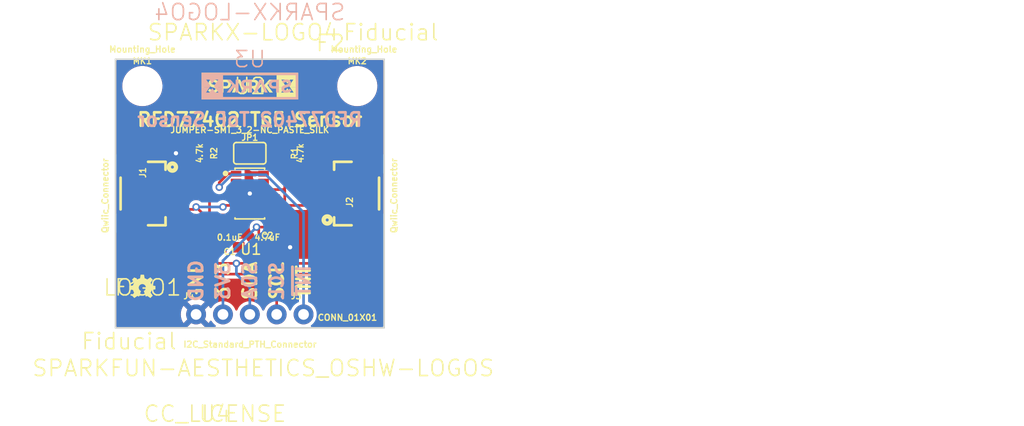
<source format=kicad_pcb>
(kicad_pcb (version 20221018) (generator pcbnew)
  (layers (0 "F.Cu" signal) (31 "B.Cu" signal) (34 "B.Paste" user) (35 "F.Paste" user) (36 "B.SilkS" user "B.Silkscreen") (37 "F.SilkS" user "F.Silkscreen") (38 "B.Mask" user) (39 "F.Mask" user) (44 "Edge.Cuts" user))
  (net 0 "")
  (net 1 "GND")
  (net 2 "+3V3")
  (net 3 "SDA")
  (net 4 "SCL")
  (net 5 "~{INT}")
  (net 6 "Net-(JP1-Pad1)")
  (net 7 "Net-(JP1-Pad3)")
  (footprint "SparkX:1X04_1MM_RA" (layer "F.Cu") (at 142.24 104.14 -90)
    (fp_text reference "J1" (at -1.397 2.159 270) (layer "F.SilkS") (effects (font (size 0.57912 0.57912) (thickness 0.12192)) (justify left bottom)))
    (fp_text value "Qwiic_Connector" (at 3.81 5.715 270) (layer "F.SilkS") (effects (font (size 0.57912 0.57912) (thickness 0.12192)) (justify left bottom)))
    (fp_line (start -3 0.35) (end -2.25 0.35) (stroke (width 0.254)) (layer "F.SilkS"))
    (fp_line (start -3 2) (end -3 0.35) (stroke (width 0.254)) (layer "F.SilkS"))
    (fp_line (start -1.5 4.6) (end 1.5 4.6) (stroke (width 0.254)) (layer "F.SilkS"))
    (fp_line (start 2.25 0.35) (end 3 0.35) (stroke (width 0.254)) (layer "F.SilkS"))
    (fp_line (start 3 0.35) (end 3 2) (stroke (width 0.254)) (layer "F.SilkS"))
    (fp_circle (center -2.5 -0.3) (end -2.3586 -0.3) (stroke (width 0.4)) (fill none) (layer "F.SilkS"))
    (pad "1" smd rect (at -1.5 0 270) (size 0.6 1.35) (layers "F.Cu" "F.Paste" "F.Mask") (net 1 "GND"))
    (pad "2" smd rect (at -0.5 0 270) (size 0.6 1.35) (layers "F.Cu" "F.Paste" "F.Mask") (net 2 "+3V3"))
    (pad "3" smd rect (at 0.5 0 270) (size 0.6 1.35) (layers "F.Cu" "F.Paste" "F.Mask") (net 3 "SDA"))
    (pad "4" smd rect (at 1.5 0 270) (size 0.6 1.35) (layers "F.Cu" "F.Paste" "F.Mask") (net 4 "SCL"))
    (pad "NC1" smd rect (at 2.8 3.675 270) (size 1.2 2) (layers "F.Cu" "F.Paste" "F.Mask"))
    (pad "NC2" smd rect (at -2.8 3.675 270) (size 1.2 2) (layers "F.Cu" "F.Paste" "F.Mask"))
  )
  (footprint "SparkX:1X04_1MM_RA" (layer "F.Cu") (at 157.48 104.14 90)
    (fp_text reference "J2" (at -1.397 2.159 90) (layer "F.SilkS") (effects (font (size 0.57912 0.57912) (thickness 0.12192)) (justify left bottom)))
    (fp_text value "Qwiic_Connector" (at -3.81 6.35 90) (layer "F.SilkS") (effects (font (size 0.57912 0.57912) (thickness 0.12192)) (justify left bottom)))
    (fp_line (start -3 0.35) (end -2.25 0.35) (stroke (width 0.254)) (layer "F.SilkS"))
    (fp_line (start -3 2) (end -3 0.35) (stroke (width 0.254)) (layer "F.SilkS"))
    (fp_line (start -1.5 4.6) (end 1.5 4.6) (stroke (width 0.254)) (layer "F.SilkS"))
    (fp_line (start 2.25 0.35) (end 3 0.35) (stroke (width 0.254)) (layer "F.SilkS"))
    (fp_line (start 3 0.35) (end 3 2) (stroke (width 0.254)) (layer "F.SilkS"))
    (fp_circle (center -2.5 -0.3) (end -2.3586 -0.3) (stroke (width 0.4)) (fill none) (layer "F.SilkS"))
    (pad "1" smd rect (at -1.5 0 90) (size 0.6 1.35) (layers "F.Cu" "F.Paste" "F.Mask") (net 1 "GND"))
    (pad "2" smd rect (at -0.5 0 90) (size 0.6 1.35) (layers "F.Cu" "F.Paste" "F.Mask") (net 2 "+3V3"))
    (pad "3" smd rect (at 0.5 0 90) (size 0.6 1.35) (layers "F.Cu" "F.Paste" "F.Mask") (net 3 "SDA"))
    (pad "4" smd rect (at 1.5 0 90) (size 0.6 1.35) (layers "F.Cu" "F.Paste" "F.Mask") (net 4 "SCL"))
    (pad "NC1" smd rect (at 2.8 3.675 90) (size 1.2 2) (layers "F.Cu" "F.Paste" "F.Mask"))
    (pad "NC2" smd rect (at -2.8 3.675 90) (size 1.2 2) (layers "F.Cu" "F.Paste" "F.Mask"))
  )
  (footprint "SparkX:1X01_NO_SILK" (layer "F.Cu") (at 154.94 115.57)
    (fp_text reference "J3" (at -1.27 -1.397) (layer "F.SilkS") (effects (font (size 0.57912 0.57912) (thickness 0.12192)) (justify left bottom)))
    (fp_text value "CONN_01X01" (at 1.27 0.635) (layer "F.SilkS") (effects (font (size 0.57912 0.57912) (thickness 0.12192)) (justify left bottom)))
    (pad "1" thru_hole circle (at 0 0 90) (size 1.8796 1.8796) (drill 1.016) (layers "*.Cu" "*.Mask") (net 5 "~{INT}"))
  )
  (footprint "SparkX:1X04_NO_SILK" (layer "F.Cu") (at 144.78 115.57)
    (fp_text reference "J4" (at -1.27 -1.397) (layer "F.SilkS") (effects (font (size 0.57912 0.57912) (thickness 0.12192)) (justify left bottom)))
    (fp_text value "I2C_Standard_PTH_Connector" (at -1.27 3.175) (layer "F.SilkS") (effects (font (size 0.57912 0.57912) (thickness 0.12192)) (justify left bottom)))
    (pad "1" thru_hole circle (at 0 0 90) (size 1.8796 1.8796) (drill 1.016) (layers "*.Cu" "*.Mask") (net 1 "GND"))
    (pad "2" thru_hole circle (at 2.54 0 90) (size 1.8796 1.8796) (drill 1.016) (layers "*.Cu" "*.Mask") (net 2 "+3V3"))
    (pad "3" thru_hole circle (at 5.08 0 90) (size 1.8796 1.8796) (drill 1.016) (layers "*.Cu" "*.Mask") (net 3 "SDA"))
    (pad "4" thru_hole circle (at 7.62 0 90) (size 1.8796 1.8796) (drill 1.016) (layers "*.Cu" "*.Mask") (net 4 "SCL"))
  )
  (footprint "SparkFun-Capacitors:0603" (layer "F.Cu") (at 147.955 109.22 180)
    (fp_text reference "C1" (at 0 -0.762 180) (layer "F.SilkS") (effects (font (size 0.57912 0.57912) (thickness 0.12192)) (justify bottom)))
    (fp_text value "0.1uF" (at 0 1.27 180) (layer "F.SilkS") (effects (font (size 0.57912 0.57912) (thickness 0.12192)) (justify top)))
    (pad "1" smd rect (at -0.85 0 180) (size 1.1 1) (layers "F.Cu" "F.Paste" "F.Mask") (net 2 "+3V3"))
    (pad "2" smd rect (at 0.85 0 180) (size 1.1 1) (layers "F.Cu" "F.Paste" "F.Mask") (net 1 "GND"))
  )
  (footprint "SparkFun-Jumpers:SMT-JUMPER_3_2-NC_PASTE_SILK" (layer "F.Cu") (at 149.86 100.33)
    (fp_text reference "JP1" (at 0 -1.143) (layer "F.SilkS") (effects (font (size 0.57912 0.57912) (thickness 0.12192)) (justify bottom)))
    (fp_text value "JUMPER-SMT_3_2-NC_PASTE_SILK" (at 0 -2.54) (layer "F.SilkS") (effects (font (size 0.57912 0.57912) (thickness 0.12192)) (justify top)))
    (fp_line (start -1.524 0.762) (end -1.524 -0.762) (stroke (width 0.1524)) (layer "F.SilkS"))
    (fp_line (start -1.27 -1.016) (end 1.27 -1.016) (stroke (width 0.1524)) (layer "F.SilkS"))
    (fp_line (start 1.27 1.016) (end -1.27 1.016) (stroke (width 0.1524)) (layer "F.SilkS"))
    (fp_line (start 1.524 0.762) (end 1.524 -0.762) (stroke (width 0.1524)) (layer "F.SilkS"))
    (fp_arc (start -1.524 -0.762) (mid -1.449605 -0.941605) (end -1.27 -1.016) (stroke (width 0.1524)) (layer "F.SilkS"))
    (fp_arc (start -1.27 1.016) (mid -1.449605 0.941605) (end -1.524 0.762) (stroke (width 0.1524)) (layer "F.SilkS"))
    (fp_arc (start 1.27 -1.016) (mid 1.449605 -0.941605) (end 1.524 -0.762) (stroke (width 0.1524)) (layer "F.SilkS"))
    (fp_arc (start 1.524 0.762) (mid 1.449605 0.941605) (end 1.27 1.016) (stroke (width 0.1524)) (layer "F.SilkS"))
    (pad "1" smd rect (at -0.8128 0) (size 0.635 1.27) (layers "F.Cu" "F.Paste" "F.Mask") (net 6 "Net-(JP1-Pad1)"))
    (pad "2" smd rect (at 0 0) (size 0.635 1.27) (layers "F.Cu" "F.Paste" "F.Mask") (net 2 "+3V3"))
    (pad "3" smd rect (at 0.8128 0) (size 0.635 1.27) (layers "F.Cu" "F.Paste" "F.Mask") (net 7 "Net-(JP1-Pad3)"))
  )
  (footprint "SparkFun-Aesthetics:OSHW-LOGO-MINI" (layer "F.Cu") (at 139.7 113.03)
    (fp_text reference "LOGO1" (at 0 0) (layer "F.SilkS") (effects (font (size 1.524 1.524))))
    (fp_text value "SPARKFUN-AESTHETICS_OSHW-LOGOS" (at 11.43 7.62) (layer "F.SilkS") (effects (font (size 1.524 1.524))))
    (fp_poly (pts (xy 1.2366 0.172631) (xy 1.2366 -0.147369) (xy 0.8766 -0.207369) (xy 0.8766 -0.247369) (xy 0.8666 -0.257369) (xy 0.8666 -0.277369) (xy 0.8566 -0.287369) (xy 0.8466 -0.307369) (xy 0.8466 -0.327369) (xy 0.8366 -0.337369) (xy 0.8366 -0.357369) (xy 0.8266 -0.367369) (xy 0.8166 -0.387369) (xy 0.8066 -0.397369) (xy 0.8066 -0.417369) (xy 0.7966 -0.427369) (xy 0.7866 -0.447369) (xy 0.7766 -0.457369) (xy 0.9866 -0.747369) (xy 0.7566 -0.967369) (xy 0.4666 -0.767369) (xy 0.4566 -0.777369) (xy 0.4366 -0.787369) (xy 0.4266 -0.787369) (xy 0.4066 -0.797369) (xy 0.3966 -0.807369) (xy 0.3766 -0.817369) (xy 0.3666 -0.817369) (xy 0.3466 -0.827369) (xy 0.3366 -0.837369) (xy 0.3166 -0.837369) (xy 0.2966 -0.847369) (xy 0.2866 -0.847369) (xy 0.2666 -0.857369) (xy 0.2566 -0.857369) (xy 0.2366 -0.867369) (xy 0.2166 -0.867369) (xy 0.1566 -1.217369) (xy -0.1634 -1.217369) (xy -0.2234 -0.867369) (xy -0.2334 -0.867369) (xy -0.2534 -0.857369) (xy -0.2734 -0.857369) (xy -0.2834 -0.847369) (xy -0.3034 -0.847369) (xy -0.3234 -0.837369) (xy -0.3334 -0.837369) (xy -0.3534 -0.827369) (xy -0.3634 -0.817369) (xy -0.3834 -0.817369) (xy -0.3934 -0.807369) (xy -0.4134 -0.797369) (xy -0.4234 -0.787369) (xy -0.4434 -0.787369) (xy -0.4534 -0.777369) (xy -0.4734 -0.767369) (xy -0.7634 -0.967369) (xy -0.9834 -0.747369) (xy -0.7834 -0.457369) (xy -0.7934 -0.447369) (xy -0.7934 -0.427369) (xy -0.8034 -0.417369) (xy -0.8134 -0.397369) (xy -0.8234 -0.387369) (xy -0.8234 -0.367369) (xy -0.8334 -0.357369) (xy -0.8434 -0.337369) (xy -0.8434 -0.327369) (xy -0.8634 -0.287369) (xy -0.8634 -0.277369) (xy -0.8734 -0.257369) (xy -0.8734 -0.247369) (xy -0.8834 -0.227369) (xy -0.8834 -0.207369) (xy -1.2334 -0.147369) (xy -1.2334 0.172631) (xy -0.8834 0.232631) (xy -0.8834 0.242631) (xy -0.8734 0.262631) (xy -0.8734 0.282631) (xy -0.8634 0.292631) (xy -0.8634 0.312631) (xy -0.8534 0.322631) (xy -0.8434 0.342631) (xy -0.8434 0.362631) (xy -0.8334 0.372631) (xy -0.8334 0.392631) (xy -0.8234 0.402631) (xy -0.8134 0.422631) (xy -0.8034 0.432631) (xy -0.7934 0.452631) (xy -0.7934 0.462631) (xy -0.7834 0.482631) (xy -0.9834 0.762631) (xy -0.7634 0.992631) (xy -0.4734 0.792631) (xy -0.4634 0.792631) (xy -0.4534 0.802631) (xy -0.4434 0.802631) (xy -0.4334 0.812631) (xy -0.4234 0.812631) (xy -0.4134 0.822631) (xy -0.4034 0.822631) (xy -0.3934 0.832631) (xy -0.3834 0.832631) (xy -0.3734 0.842631) (xy -0.3634 0.842631) (xy -0.3534 0.852631) (xy -0.3334 0.852631) (xy -0.3234 0.862631) (xy -0.1234 0.322631) (xy -0.1534 0.312631) (xy -0.1934 0.292631) (xy -0.2134 0.272631) (xy -0.2334 0.262631) (xy -0.2534 0.242631) (xy -0.2634 0.222631) (xy -0.2834 0.202631) (xy -0.3034 0.162631) (xy -0.3134 0.132631) (xy -0.3334 0.092631) (xy -0.3334 0.062631) (xy -0.3434 0.032631) (xy -0.3434 -0.027369) (xy -0.3034 -0.147369) (xy -0.2634 -0.207369) (xy -0.2434 -0.227369) (xy -0.2134 -0.247369) (xy -0.1934 -0.267369) (xy -0.1634 -0.287369) (xy -0.1334 -0.297369) (xy -0.1034 -0.317369) (xy -0.0734 -0.317369) (xy -0.0334 -0.327369) (xy 0.0366 -0.327369) (xy 0.0666 -0.317369) (xy 0.0966 -0.317369) (xy 0.1266 -0.297369) (xy 0.1566 -0.287369) (xy 0.2166 -0.247369) (xy 0.2566 -0.207369) (xy 0.2966 -0.147369) (xy 0.3066 -0.117369) (xy 0.3266 -0.087369) (xy 0.3266 -0.057369) (xy 0.3366 -0.027369) (xy 0.3366 0.062631) (xy 0.3266 0.092631) (xy 0.3266 0.112631) (xy 0.3166 0.132631) (xy 0.3066 0.162631) (xy 0.2966 0.182631) (xy 0.2766 0.202631) (xy 0.2666 0.222631) (xy 0.2266 0.262631) (xy 0.2066 0.272631) (xy 0.1866 0.292631) (xy 0.1266 0.322631) (xy 0.3266 0.862631) (xy 0.3266 0.852631) (xy 0.3466 0.852631) (xy 0.3566 0.842631) (xy 0.3666 0.842631) (xy 0.3766 0.832631) (xy 0.3866 0.832631) (xy 0.3966 0.822631) (xy 0.4166 0.822631) (xy 0.4266 0.812631) (xy 0.4366 0.812631) (xy 0.4566 0.792631) (xy 0.4666 0.792631) (xy 0.7566 0.992631) (xy 0.9866 0.762631) (xy 0.7766 0.482631) (xy 0.7866 0.462631) (xy 0.7966 0.452631) (xy 0.8066 0.432631) (xy 0.8066 0.422631) (xy 0.8166 0.402631) (xy 0.8266 0.392631) (xy 0.8366 0.372631) (xy 0.8366 0.362631) (xy 0.8566 0.322631) (xy 0.8566 0.312631) (xy 0.8666 0.292631) (xy 0.8666 0.282631) (xy 0.8766 0.262631) (xy 0.8766 0.242631) (xy 0.8866 0.232631)) (fill solid) (layer "F.SilkS"))
  )
  (footprint "SparkFun-Hardware:STAND-OFF" (layer "F.Cu") (at 139.7 93.98)
    (fp_text reference "MK1" (at 0 -2.032) (layer "F.SilkS") (effects (font (size 0.57912 0.57912) (thickness 0.12192)) (justify bottom)))
    (fp_text value "Mounting_Hole" (at 0 -3.81) (layer "F.SilkS") (effects (font (size 0.57912 0.57912) (thickness 0.12192)) (justify top)))
    (pad "" np_thru_hole circle (at 0 0) (size 3.302 3.302) (drill 3.302) (layers "*.Cu"))
  )
  (footprint "SparkFun-Hardware:STAND-OFF" (layer "F.Cu") (at 160.02 93.98)
    (fp_text reference "MK2" (at 0 -2.032) (layer "F.SilkS") (effects (font (size 0.57912 0.57912) (thickness 0.12192)) (justify bottom)))
    (fp_text value "Mounting_Hole" (at 0.635 -3.81) (layer "F.SilkS") (effects (font (size 0.57912 0.57912) (thickness 0.12192)) (justify top)))
    (pad "" np_thru_hole circle (at 0 0) (size 3.302 3.302) (drill 3.302) (layers "*.Cu"))
  )
  (footprint "SparkFun-Resistors:0603" (layer "F.Cu") (at 153.67 100.33 -90)
    (fp_text reference "R1" (at 0 -0.762 270) (layer "F.SilkS") (effects (font (size 0.57912 0.57912) (thickness 0.12192)) (justify bottom)))
    (fp_text value "4.7k" (at 0 -0.635 270) (layer "F.SilkS") (effects (font (size 0.57912 0.57912) (thickness 0.12192)) (justify top)))
    (pad "1" smd rect (at -0.85 0 270) (size 1.1 1) (layers "F.Cu" "F.Paste" "F.Mask") (net 7 "Net-(JP1-Pad3)"))
    (pad "2" smd rect (at 0.85 0 270) (size 1.1 1) (layers "F.Cu" "F.Paste" "F.Mask") (net 4 "SCL"))
  )
  (footprint "SparkFun-Resistors:0603" (layer "F.Cu") (at 146.05 100.33 -90)
    (fp_text reference "R2" (at 0 -0.762 270) (layer "F.SilkS") (effects (font (size 0.57912 0.57912) (thickness 0.12192)) (justify bottom)))
    (fp_text value "4.7k" (at 0 1.27 270) (layer "F.SilkS") (effects (font (size 0.57912 0.57912) (thickness 0.12192)) (justify top)))
    (pad "1" smd rect (at -0.85 0 270) (size 1.1 1) (layers "F.Cu" "F.Paste" "F.Mask") (net 6 "Net-(JP1-Pad1)"))
    (pad "2" smd rect (at 0.85 0 270) (size 1.1 1) (layers "F.Cu" "F.Paste" "F.Mask") (net 3 "SDA"))
  )
  (footprint "SparkFun_Kicad-Sensors:RFD77402" (layer "F.Cu") (at 149.86 104.14)
    (fp_text reference "U1" (at 0.1 5.28) (layer "F.SilkS"))
    (fp_text value "RFD77402")
    (fp_line (start -1.4 -2.4) (end -1.4 -2.3) (stroke (width 0.15)) (layer "F.SilkS"))
    (fp_line (start -1.4 -2.4) (end 1.4 -2.4) (stroke (width 0.15)) (layer "F.SilkS"))
    (fp_line (start -1.4 2.4) (end -1.4 2.3) (stroke (width 0.15)) (layer "F.SilkS"))
    (fp_line (start 1.4 -2.4) (end 1.4 -2.3) (stroke (width 0.15)) (layer "F.SilkS"))
    (fp_line (start 1.4 2.4) (end -1.4 2.4) (stroke (width 0.15)) (layer "F.SilkS"))
    (fp_line (start 1.4 2.4) (end 1.4 2.3) (stroke (width 0.15)) (layer "F.SilkS"))
    (fp_circle (center -2.3 -1.9) (end -2.2 -1.8) (stroke (width 0.25)) (fill none) (layer "F.SilkS"))
    (pad "1" smd rect (at -1.3 -1.875 270) (size 0.55 1) (layers "F.Cu" "F.Paste" "F.Mask") (net 5 "~{INT}"))
    (pad "2" smd rect (at -1.3 -1.125 270) (size 0.55 1) (layers "F.Cu" "F.Paste" "F.Mask"))
    (pad "3" smd rect (at -1.3 -0.375 270) (size 0.55 1) (layers "F.Cu" "F.Paste" "F.Mask"))
    (pad "4" smd rect (at -1.3 0.375 270) (size 0.55 1) (layers "F.Cu" "F.Paste" "F.Mask"))
    (pad "5" smd rect (at -1.3 1.125 270) (size 0.55 1) (layers "F.Cu" "F.Paste" "F.Mask") (net 4 "SCL"))
    (pad "6" smd rect (at -1.3 1.875 270) (size 0.55 1) (layers "F.Cu" "F.Paste" "F.Mask") (net 3 "SDA"))
    (pad "7" smd rect (at 1.3 1.875 270) (size 0.55 1) (layers "F.Cu" "F.Paste" "F.Mask"))
    (pad "8" smd rect (at 1.3 1.125 270) (size 0.55 1) (layers "F.Cu" "F.Paste" "F.Mask") (net 2 "+3V3"))
    (pad "9" smd rect (at 1.3 0.375 270) (size 0.55 1) (layers "F.Cu" "F.Paste" "F.Mask") (net 1 "GND"))
    (pad "10" smd rect (at 1.3 -0.375 270) (size 0.55 1) (layers "F.Cu" "F.Paste" "F.Mask") (net 2 "+3V3"))
    (pad "11" smd rect (at 1.3 -1.125 270) (size 0.55 1) (layers "F.Cu" "F.Paste" "F.Mask"))
    (pad "12" smd rect (at 1.3 -1.875 270) (size 0.55 1) (layers "F.Cu" "F.Paste" "F.Mask") (net 1 "GND"))
  )
  (footprint "SparkFun-Aesthetics:CREATIVE_COMMONS" (layer "F.Cu") (at 146.558 124.968)
    (fp_text reference "U4" (at 0 0) (layer "F.SilkS") (effects (font (size 1.524 1.524))))
    (fp_text value "CC_LICENSE" (at 0 0) (layer "F.SilkS") (effects (font (size 1.524 1.524))))
  )
  (footprint "SparkFun-Capacitors:0603" (layer "F.Cu") (at 151.51 109.22)
    (fp_text reference "C2" (at 0 -0.762) (layer "F.SilkS") (effects (font (size 0.57912 0.57912) (thickness 0.12192)) (justify bottom)))
    (fp_text value "4.7uF" (at 0 -1.27) (layer "F.SilkS") (effects (font (size 0.57912 0.57912) (thickness 0.12192)) (justify top)))
    (pad "1" smd rect (at -0.85 0) (size 1.1 1) (layers "F.Cu" "F.Paste" "F.Mask") (net 2 "+3V3"))
    (pad "2" smd rect (at 0.85 0) (size 1.1 1) (layers "F.Cu" "F.Paste" "F.Mask") (net 1 "GND"))
  )
  (footprint "SparkX:SPARKX-MEDIUM" (layer "F.Cu") (at 149.86 93.98)
    (fp_text reference "U2" (at 0 0) (layer "F.SilkS") (effects (font (size 1.524 1.524))))
    (fp_text value "SPARKX-LOGO4" (at -0.635 -5.08) (layer "F.SilkS") (effects (font (size 1.524 1.524))))
    (fp_poly (pts (xy -3.145028 -0.300634) (xy -3.220009 -0.300634) (xy -3.165653 -0.270663)) (fill solid) (layer "F.SilkS"))
    (fp_poly (pts (xy -0.775919 -0.300634) (xy -0.912572 -0.621791) (xy -1.161288 -0.621791) (xy -1.298041 -0.300634)) (fill solid) (layer "F.SilkS"))
    (fp_poly (pts (xy 1.339597 -0.300634) (xy 1.339597 -0.612647) (xy 1.069847 -0.612647) (xy 1.069847 -0.300634)) (fill solid) (layer "F.SilkS"))
    (fp_poly (pts (xy 1.863141 -0.300634) (xy 2.162556 -0.612647) (xy 1.837028 -0.612647) (xy 1.547369 -0.300634)) (fill solid) (layer "F.SilkS"))
    (fp_poly (pts (xy -0.775919 -0.300634) (xy -1.298041 -0.300634) (xy -1.687069 0.613563) (xy -1.411834 0.613563) (xy -1.040588 -0.297181) (xy -0.669341 0.613563) (xy -0.386791 0.613563)) (fill solid) (layer "F.SilkS"))
    (fp_poly (pts (xy 1.863141 -0.300634) (xy 1.547369 -0.300634) (xy 1.339597 -0.076809) (xy 1.339597 -0.300634) (xy 1.069847 -0.300634) (xy 1.069847 0.613563) (xy 1.339597 0.613563) (xy 1.339597 0.238659) (xy 1.481328 0.091441) (xy 1.861719 0.613563) (xy 2.185416 0.613563) (xy 1.663294 -0.092353)) (fill solid) (layer "F.SilkS"))
    (fp_poly (pts (xy 4.572 0.123241) (xy 3.805022 0.123241) (xy 4.139488 0.613563) (xy 4.137659 0.613563) (xy 3.822191 0.613563) (xy 3.546956 0.192938) (xy 3.269894 0.613563) (xy 2.963572 0.613563) (xy 3.300069 0.123241) (xy 2.529231 0.123241) (xy 2.529231 1.030528) (xy 2.446934 1.030528) (xy 2.446934 1.265528) (xy 2.529231 1.265528) (xy 4.572 1.265528)) (fill solid) (layer "F.SilkS"))
    (fp_poly (pts (xy -1.795375 -0.300634) (xy -1.813256 -0.362103) (xy -1.852675 -0.434747) (xy -1.906525 -0.496519) (xy -1.973581 -0.5461) (xy -2.053744 -0.583388) (xy -2.1463 -0.60645) (xy -2.251253 -0.614478) (xy -2.752344 -0.614478) (xy -2.752344 -0.300634) (xy -2.481681 -0.300634) (xy -2.481681 -0.369419) (xy -2.273197 -0.369419) (xy -2.182266 -0.357631) (xy -2.113178 -0.321869) (xy -2.097125 -0.300634)) (fill solid) (layer "F.SilkS"))
    (fp_poly (pts (xy 0.817272 -0.300634) (xy 0.795425 -0.377547) (xy 0.757428 -0.446838) (xy 0.704088 -0.505663) (xy 0.637031 -0.5525) (xy 0.557884 -0.585928) (xy 0.466547 -0.605944) (xy 0.363016 -0.612647) (xy -0.197509 -0.612647) (xy -0.197509 -0.300634) (xy 0.072238 -0.300634) (xy 0.072238 -0.369419) (xy 0.340156 -0.369419) (xy 0.429363 -0.358444) (xy 0.496519 -0.325525) (xy 0.515519 -0.300634)) (fill solid) (layer "F.SilkS"))
    (fp_poly (pts (xy -4.572 -1.265528) (xy -4.572 1.265528) (xy 2.446934 1.265528) (xy 2.446934 1.030528) (xy -4.337 1.030528) (xy -4.337 -1.030528) (xy 2.529231 -1.030528) (xy 2.529231 0.123241) (xy 3.300069 0.123241) (xy 3.391509 -0.010059) (xy 2.981859 -0.612647) (xy 3.297325 -0.612647) (xy 3.555188 -0.214884) (xy 3.814878 -0.612647) (xy 4.1212 -0.612647) (xy 3.71155 -0.013716) (xy 3.805022 0.123241) (xy 4.572 0.123241) (xy 4.572 -1.265528) (xy 2.529231 -1.265528)) (fill solid) (layer "F.SilkS"))
    (fp_poly (pts (xy -3.481122 -0.629106) (xy -3.571647 -0.622403) (xy -3.653944 -0.602591) (xy -3.727094 -0.570584) (xy -3.789275 -0.527609) (xy -3.839363 -0.473963) (xy -3.877056 -0.411481) (xy -3.900525 -0.340056) (xy -3.904284 -0.300634) (xy -3.637381 -0.300634) (xy -3.631388 -0.326138) (xy -3.601822 -0.360275) (xy -3.552444 -0.383338) (xy -3.483863 -0.391363) (xy -3.405225 -0.383234) (xy -3.326588 -0.359359) (xy -3.220009 -0.300634) (xy -3.145028 -0.300634) (xy -3.02575 -0.473659) (xy -3.125116 -0.540206) (xy -3.233319 -0.588875) (xy -3.351681 -0.618947)) (fill solid) (layer "F.SilkS"))
    (fp_poly (pts (xy 0.817272 -0.300634) (xy 0.515519 -0.300634) (xy 0.538481 -0.270663) (xy 0.552297 -0.193853) (xy 0.552297 -0.191109) (xy 0.539191 -0.120497) (xy 0.499263 -0.064922) (xy 0.434138 -0.029463) (xy 0.345644 -0.017375) (xy 0.072238 -0.017375) (xy 0.072238 -0.300634) (xy -0.197509 -0.300634) (xy -0.197509 0.613563) (xy 0.072238 0.613563) (xy 0.072238 0.221284) (xy 0.284378 0.221284) (xy 0.546813 0.613563) (xy 0.862278 0.613563) (xy 0.562356 0.175566) (xy 0.668731 0.119278) (xy 0.75255 0.038406) (xy 0.807313 -0.068988) (xy 0.825703 -0.203913) (xy 0.825703 -0.207569) (xy 0.818184 -0.297688)) (fill solid) (layer "F.SilkS"))
    (fp_poly (pts (xy -1.795375 -0.300634) (xy -2.097125 -0.300634) (xy -2.069184 -0.263753) (xy -2.054656 -0.183794) (xy -2.054656 -0.180138) (xy -2.068475 -0.107697) (xy -2.110434 -0.04755) (xy -2.177797 -0.007619) (xy -2.267713 0.005488) (xy -2.481681 0.005488) (xy -2.481681 -0.300634) (xy -2.752344 -0.300634) (xy -2.752344 0.611734) (xy -2.482597 0.611734) (xy -2.482597 0.244144) (xy -2.277772 0.244144) (xy -2.177797 0.237238) (xy -2.083919 0.216713) (xy -1.999488 0.182575) (xy -1.926641 0.135331) (xy -1.866391 0.074169) (xy -1.820572 0) (xy -1.791819 -0.087172) (xy -1.782166 -0.187453) (xy -1.78125 -0.185622) (xy -1.78125 -0.189281) (xy -1.789378 -0.279806)) (fill solid) (layer "F.SilkS"))
    (fp_poly (pts (xy -3.637381 -0.300634) (xy -3.904284 -0.300634) (xy -3.908147 -0.259691) (xy -3.908147 -0.256031) (xy -3.900728 -0.172516) (xy -3.878884 -0.103328) (xy -3.844038 -0.046941) (xy -3.797503 -0.000916) (xy -3.669488 0.068581) (xy -3.500322 0.119788) (xy -3.37505 0.156363) (xy -3.299156 0.191109) (xy -3.262578 0.2286) (xy -3.252522 0.275234) (xy -3.252522 0.278891) (xy -3.264206 0.327559) (xy -3.299156 0.363931) (xy -3.354934 0.386994) (xy -3.429916 0.395022) (xy -3.531006 0.384859) (xy -3.623769 0.354788) (xy -3.711244 0.307544) (xy -3.796588 0.245975) (xy -3.955694 0.437084) (xy -3.839363 0.524153) (xy -3.710634 0.585216) (xy -3.574391 0.621488) (xy -3.4354 0.633678) (xy -3.339997 0.627381) (xy -3.253434 0.608075) (xy -3.177134 0.576988) (xy -3.111703 0.534925) (xy -3.058972 0.480975) (xy -3.01935 0.416053) (xy -2.994659 0.339953) (xy -2.986431 0.254203) (xy -2.986431 0.250547) (xy -2.986431 0.246888) (xy -2.992728 0.172009) (xy -3.012034 0.108813) (xy -3.043834 0.054763) (xy -3.087928 0.008228) (xy -3.210459 -0.064922) (xy -3.376878 -0.119788) (xy -3.507638 -0.156363) (xy -3.589019 -0.189281) (xy -3.630169 -0.2286) (xy -3.641141 -0.280722) (xy -3.641141 -0.284378)) (fill solid) (layer "F.SilkS"))
  )
  (footprint "SparkFun-KiCad-Aesthetics:FIDUCIAL-1X2" (layer "F.Cu") (at 138.43 115.57)
    (fp_text reference "F1" (at 0 -2.54) (layer "F.SilkS") (effects (font (size 1.524 1.524))))
    (fp_text value "Fiducial" (at 0 2.54) (layer "F.SilkS") (effects (font (size 1.524 1.524))))
    (pad "1" smd circle (at 0 0) (size 1 1) (layers "F.Cu" "F.Mask"))
  )
  (footprint "SparkFun-KiCad-Aesthetics:FIDUCIAL-1X2" (layer "F.Cu") (at 157.48 92.456)
    (fp_text reference "F2" (at 0 -2.54) (layer "F.SilkS") (effects (font (size 1.524 1.524))))
    (fp_text value "Fiducial" (at 5.715 -3.556) (layer "F.SilkS") (effects (font (size 1.524 1.524))))
    (pad "1" smd circle (at 0 0) (size 1 1) (layers "F.Cu" "F.Mask"))
  )
  (footprint "SparkX:SPARKX-MEDIUM" (layer "B.Cu") (at 149.86 93.98 180)
    (fp_text reference "U3" (at 0 2.54 180) (layer "B.SilkS") (effects (font (size 1.524 1.524)) (justify mirror)))
    (fp_text value "SPARKX-LOGO4" (at 0 6.985 180) (layer "B.SilkS") (effects (font (size 1.524 1.524)) (justify mirror)))
    (fp_poly (pts (xy -3.145028 0.300634) (xy -3.220009 0.300634) (xy -3.165653 0.270663)) (fill solid) (layer "B.SilkS"))
    (fp_poly (pts (xy -0.775919 0.300634) (xy -0.912572 0.621791) (xy -1.161288 0.621791) (xy -1.298041 0.300634)) (fill solid) (layer "B.SilkS"))
    (fp_poly (pts (xy 1.339597 0.300634) (xy 1.339597 0.612647) (xy 1.069847 0.612647) (xy 1.069847 0.300634)) (fill solid) (layer "B.SilkS"))
    (fp_poly (pts (xy 1.863141 0.300634) (xy 2.162556 0.612647) (xy 1.837028 0.612647) (xy 1.547369 0.300634)) (fill solid) (layer "B.SilkS"))
    (fp_poly (pts (xy -0.775919 0.300634) (xy -1.298041 0.300634) (xy -1.687069 -0.613563) (xy -1.411834 -0.613563) (xy -1.040588 0.297181) (xy -0.669341 -0.613563) (xy -0.386791 -0.613563)) (fill solid) (layer "B.SilkS"))
    (fp_poly (pts (xy 1.863141 0.300634) (xy 1.547369 0.300634) (xy 1.339597 0.076809) (xy 1.339597 0.300634) (xy 1.069847 0.300634) (xy 1.069847 -0.613563) (xy 1.339597 -0.613563) (xy 1.339597 -0.238659) (xy 1.481328 -0.091441) (xy 1.861719 -0.613563) (xy 2.185416 -0.613563) (xy 1.663294 0.092353)) (fill solid) (layer "B.SilkS"))
    (fp_poly (pts (xy 4.572 -0.123241) (xy 3.805022 -0.123241) (xy 4.139488 -0.613563) (xy 4.137659 -0.613563) (xy 3.822191 -0.613563) (xy 3.546956 -0.192938) (xy 3.269894 -0.613563) (xy 2.963572 -0.613563) (xy 3.300069 -0.123241) (xy 2.529231 -0.123241) (xy 2.529231 -1.030528) (xy 2.446934 -1.030528) (xy 2.446934 -1.265528) (xy 2.529231 -1.265528) (xy 4.572 -1.265528)) (fill solid) (layer "B.SilkS"))
    (fp_poly (pts (xy -1.795375 0.300634) (xy -1.813256 0.362103) (xy -1.852675 0.434747) (xy -1.906525 0.496519) (xy -1.973581 0.5461) (xy -2.053744 0.583388) (xy -2.1463 0.60645) (xy -2.251253 0.614478) (xy -2.752344 0.614478) (xy -2.752344 0.300634) (xy -2.481681 0.300634) (xy -2.481681 0.369419) (xy -2.273197 0.369419) (xy -2.182266 0.357631) (xy -2.113178 0.321869) (xy -2.097125 0.300634)) (fill solid) (layer "B.SilkS"))
    (fp_poly (pts (xy 0.817272 0.300634) (xy 0.795425 0.377547) (xy 0.757428 0.446838) (xy 0.704088 0.505663) (xy 0.637031 0.5525) (xy 0.557884 0.585928) (xy 0.466547 0.605944) (xy 0.363016 0.612647) (xy -0.197509 0.612647) (xy -0.197509 0.300634) (xy 0.072238 0.300634) (xy 0.072238 0.369419) (xy 0.340156 0.369419) (xy 0.429363 0.358444) (xy 0.496519 0.325525) (xy 0.515519 0.300634)) (fill solid) (layer "B.SilkS"))
    (fp_poly (pts (xy -4.572 1.265528) (xy -4.572 -1.265528) (xy 2.446934 -1.265528) (xy 2.446934 -1.030528) (xy -4.337 -1.030528) (xy -4.337 1.030528) (xy 2.529231 1.030528) (xy 2.529231 -0.123241) (xy 3.300069 -0.123241) (xy 3.391509 0.010059) (xy 2.981859 0.612647) (xy 3.297325 0.612647) (xy 3.555188 0.214884) (xy 3.814878 0.612647) (xy 4.1212 0.612647) (xy 3.71155 0.013716) (xy 3.805022 -0.123241) (xy 4.572 -0.123241) (xy 4.572 1.265528) (xy 2.529231 1.265528)) (fill solid) (layer "B.SilkS"))
    (fp_poly (pts (xy -3.481122 0.629106) (xy -3.571647 0.622403) (xy -3.653944 0.602591) (xy -3.727094 0.570584) (xy -3.789275 0.527609) (xy -3.839363 0.473963) (xy -3.877056 0.411481) (xy -3.900525 0.340056) (xy -3.904284 0.300634) (xy -3.637381 0.300634) (xy -3.631388 0.326138) (xy -3.601822 0.360275) (xy -3.552444 0.383338) (xy -3.483863 0.391363) (xy -3.405225 0.383234) (xy -3.326588 0.359359) (xy -3.220009 0.300634) (xy -3.145028 0.300634) (xy -3.02575 0.473659) (xy -3.125116 0.540206) (xy -3.233319 0.588875) (xy -3.351681 0.618947)) (fill solid) (layer "B.SilkS"))
    (fp_poly (pts (xy 0.817272 0.300634) (xy 0.515519 0.300634) (xy 0.538481 0.270663) (xy 0.552297 0.193853) (xy 0.552297 0.191109) (xy 0.539191 0.120497) (xy 0.499263 0.064922) (xy 0.434138 0.029463) (xy 0.345644 0.017375) (xy 0.072238 0.017375) (xy 0.072238 0.300634) (xy -0.197509 0.300634) (xy -0.197509 -0.613563) (xy 0.072238 -0.613563) (xy 0.072238 -0.221284) (xy 0.284378 -0.221284) (xy 0.546813 -0.613563) (xy 0.862278 -0.613563) (xy 0.562356 -0.175566) (xy 0.668731 -0.119278) (xy 0.75255 -0.038406) (xy 0.807313 0.068988) (xy 0.825703 0.203913) (xy 0.825703 0.207569) (xy 0.818184 0.297688)) (fill solid) (layer "B.SilkS"))
    (fp_poly (pts (xy -1.795375 0.300634) (xy -2.097125 0.300634) (xy -2.069184 0.263753) (xy -2.054656 0.183794) (xy -2.054656 0.180138) (xy -2.068475 0.107697) (xy -2.110434 0.04755) (xy -2.177797 0.007619) (xy -2.267713 -0.005488) (xy -2.481681 -0.005488) (xy -2.481681 0.300634) (xy -2.752344 0.300634) (xy -2.752344 -0.611734) (xy -2.482597 -0.611734) (xy -2.482597 -0.244144) (xy -2.277772 -0.244144) (xy -2.177797 -0.237238) (xy -2.083919 -0.216713) (xy -1.999488 -0.182575) (xy -1.926641 -0.135331) (xy -1.866391 -0.074169) (xy -1.820572 0) (xy -1.791819 0.087172) (xy -1.782166 0.187453) (xy -1.78125 0.185622) (xy -1.78125 0.189281) (xy -1.789378 0.279806)) (fill solid) (layer "B.SilkS"))
    (fp_poly (pts (xy -3.637381 0.300634) (xy -3.904284 0.300634) (xy -3.908147 0.259691) (xy -3.908147 0.256031) (xy -3.900728 0.172516) (xy -3.878884 0.103328) (xy -3.844038 0.046941) (xy -3.797503 0.000916) (xy -3.669488 -0.068581) (xy -3.500322 -0.119788) (xy -3.37505 -0.156363) (xy -3.299156 -0.191109) (xy -3.262578 -0.2286) (xy -3.252522 -0.275234) (xy -3.252522 -0.278891) (xy -3.264206 -0.327559) (xy -3.299156 -0.363931) (xy -3.354934 -0.386994) (xy -3.429916 -0.395022) (xy -3.531006 -0.384859) (xy -3.623769 -0.354788) (xy -3.711244 -0.307544) (xy -3.796588 -0.245975) (xy -3.955694 -0.437084) (xy -3.839363 -0.524153) (xy -3.710634 -0.585216) (xy -3.574391 -0.621488) (xy -3.4354 -0.633678) (xy -3.339997 -0.627381) (xy -3.253434 -0.608075) (xy -3.177134 -0.576988) (xy -3.111703 -0.534925) (xy -3.058972 -0.480975) (xy -3.01935 -0.416053) (xy -2.994659 -0.339953) (xy -2.986431 -0.254203) (xy -2.986431 -0.250547) (xy -2.986431 -0.246888) (xy -2.992728 -0.172009) (xy -3.012034 -0.108813) (xy -3.043834 -0.054763) (xy -3.087928 -0.008228) (xy -3.210459 0.064922) (xy -3.376878 0.119788) (xy -3.507638 0.156363) (xy -3.589019 0.189281) (xy -3.630169 0.2286) (xy -3.641141 0.280722) (xy -3.641141 0.284378)) (fill solid) (layer "B.SilkS"))
  )
  (gr_line (start 162.56 91.44) (end 162.56 116.84) (stroke (width 0.15)) (layer "Edge.Cuts"))
  (gr_line (start 137.16 91.44) (end 162.56 91.44) (stroke (width 0.15)) (layer "Edge.Cuts"))
  (gr_line (start 137.16 116.84) (end 137.16 91.44) (stroke (width 0.15)) (layer "Edge.Cuts"))
  (gr_line (start 162.56 116.84) (end 137.16 116.84) (stroke (width 0.15)) (layer "Edge.Cuts"))
  (gr_text "~{INT}" (at 154.94 112.395 90) (layer "B.SilkS") (effects (font (size 1.27 1.27) (thickness 0.254)) (justify mirror)))
  (gr_text "SCL" (at 152.4 112.395 90) (layer "B.SilkS") (effects (font (size 1.27 1.27) (thickness 0.254)) (justify mirror)))
  (gr_text "SDA" (at 149.86 112.395 90) (layer "B.SilkS") (effects (font (size 1.27 1.27) (thickness 0.254)) (justify mirror)))
  (gr_text "3V3" (at 147.32 112.395 90) (layer "B.SilkS") (effects (font (size 1.27 1.27) (thickness 0.254)) (justify mirror)))
  (gr_text "GND" (at 144.78 112.395 90) (layer "B.SilkS") (effects (font (size 1.27 1.27) (thickness 0.254)) (justify mirror)))
  (gr_text "RFD77402 ToF Sensor" (at 149.86 97.155) (layer "B.SilkS") (effects (font (size 1.27 1.27) (thickness 0.254)) (justify mirror)))
  (gr_text "RFD77402 ToF Sensor" (at 149.86 97.155) (layer "F.SilkS") (effects (font (size 1.27 1.27) (thickness 0.254))))
  (gr_text "SCL" (at 152.4 112.395 90) (layer "F.SilkS") (effects (font (size 1.27 1.27) (thickness 0.254))))
  (gr_text "SDA" (at 149.86 112.395 90) (layer "F.SilkS") (effects (font (size 1.27 1.27) (thickness 0.254))))
  (gr_text "~{INT}" (at 154.94 112.395 90) (layer "F.SilkS") (effects (font (size 1.27 1.27) (thickness 0.254))))
  (gr_text "GND" (at 144.78 112.395 90) (layer "F.SilkS") (effects (font (size 1.27 1.27) (thickness 0.254))))
  (gr_text "3V3" (at 147.32 112.395 90) (layer "F.SilkS") (effects (font (size 1.27 1.27) (thickness 0.254))))
  (segment (start 142.24 100.965) (end 142.875 100.33) (width 0.25) (layer "F.Cu") (net 1))
  (segment (start 157.105 105.64) (end 153.67 109.075) (width 0.25) (layer "F.Cu") (net 1))
  (segment (start 151.16 104.515) (end 150.235 104.515) (width 0.25) (layer "F.Cu") (net 1))
  (segment (start 142.24 100.965) (end 142.24 102.64) (width 0.25) (layer "F.Cu") (net 1))
  (segment (start 157.48 105.64) (end 157.105 105.64) (width 0.25) (layer "F.Cu") (net 1))
  (segment (start 150.235 104.515) (end 149.86 104.14) (width 0.25) (layer "F.Cu") (net 1))
  (segment (start 153.67 109.075) (end 153.67 109.22) (width 0.25) (layer "F.Cu") (net 1))
  (via (at 142.875 100.33) (size 0.7) (drill 0.4) (layers "F.Cu" "B.Cu") (net 1))
  (via (at 149.86 104.14) (size 0.7) (drill 0.4) (layers "F.Cu" "B.Cu") (net 1))
  (via (at 153.67 109.22) (size 0.7) (drill 0.4) (layers "F.Cu" "B.Cu") (net 1))
  (segment (start 145.415 97.79) (end 144.78 98.425) (width 0.25) (layer "F.Cu") (net 2))
  (segment (start 144.01 103.64) (end 142.24 103.64) (width 0.25) (layer "F.Cu") (net 2))
  (segment (start 153.162 102.997) (end 153.162 103.886) (width 0.25) (layer "F.Cu") (net 2))
  (segment (start 151.765 101.6) (end 153.162 102.997) (width 0.25) (layer "F.Cu") (net 2))
  (segment (start 149.225 97.79) (end 145.415 97.79) (width 0.25) (layer "F.Cu") (net 2))
  (segment (start 150.71 109.22) (end 150.71 107.53) (width 0.25) (layer "F.Cu") (net 2))
  (segment (start 148.805 109.22) (end 150.66 109.22) (width 0.25) (layer "F.Cu") (net 2))
  (segment (start 155.085 105.265) (end 155.71 104.64) (width 0.25) (layer "F.Cu") (net 2))
  (segment (start 149.86 98.425) (end 149.225 97.79) (width 0.25) (layer "F.Cu") (net 2))
  (segment (start 155.71 104.64) (end 157.48 104.64) (width 0.25) (layer "F.Cu") (net 2))
  (segment (start 153.162 105.265) (end 153.162 103.886) (width 0.25) (layer "F.Cu") (net 2))
  (segment (start 149.86 101.346) (end 150.114 101.6) (width 0.25) (layer "F.Cu") (net 2))
  (segment (start 149.86 100.33) (end 149.86 101.346) (width 0.25) (layer "F.Cu") (net 2))
  (segment (start 144.78 98.425) (end 144.78 102.87) (width 0.25) (layer "F.Cu") (net 2))
  (segment (start 150.71 107.53) (end 150.495 107.315) (width 0.25) (layer "F.Cu") (net 2))
  (segment (start 153.162 106.68) (end 153.162 105.265) (width 0.25) (layer "F.Cu") (net 2))
  (segment (start 150.495 107.315) (end 152.527 107.315) (width 0.25) (layer "F.Cu") (net 2))
  (segment (start 151.16 103.765) (end 153.041 103.765) (width 0.25) (layer "F.Cu") (net 2))
  (segment (start 152.527 107.315) (end 153.162 106.68) (width 0.25) (layer "F.Cu") (net 2))
  (segment (start 144.78 102.87) (end 144.01 103.64) (width 0.25) (layer "F.Cu") (net 2))
  (segment (start 149.86 100.33) (end 149.86 98.425) (width 0.25) (layer "F.Cu") (net 2))
  (segment (start 150.114 101.6) (end 151.765 101.6) (width 0.25) (layer "F.Cu") (net 2))
  (segment (start 153.162 105.265) (end 155.085 105.265) (width 0.25) (layer "F.Cu") (net 2))
  (segment (start 153.041 103.765) (end 153.162 103.886) (width 0.25) (layer "F.Cu") (net 2))
  (segment (start 151.16 105.265) (end 153.162 105.265) (width 0.25) (layer "F.Cu") (net 2))
  (via (at 150.495 107.315) (size 0.7) (drill 0.4) (layers "F.Cu" "B.Cu") (net 2))
  (segment (start 147.32 110.49) (end 150.495 107.315) (width 0.25) (layer "B.Cu") (net 2))
  (segment (start 147.32 115.57) (end 147.32 110.49) (width 0.25) (layer "B.Cu") (net 2))
  (segment (start 146.05 104.14) (end 146.05 101.18) (width 0.25) (layer "F.Cu") (net 3))
  (segment (start 146.05 106.045) (end 146.05 104.775) (width 0.25) (layer "F.Cu") (net 3))
  (segment (start 146.05 104.64) (end 146.05 104.775) (width 0.25) (layer "F.Cu") (net 3))
  (segment (start 146.05 104.775) (end 146.05 104.14) (width 0.25) (layer "F.Cu") (net 3))
  (segment (start 158.25 103.64) (end 158.75 104.14) (width 0.25) (layer "F.Cu") (net 3))
  (segment (start 148.59 110.744) (end 157.226 110.744) (width 0.25) (layer "F.Cu") (net 3))
  (segment (start 146.812 110.744) (end 148.59 110.744) (width 0.25) (layer "F.Cu") (net 3))
  (segment (start 158.75 104.14) (end 158.75 109.22) (width 0.25) (layer "F.Cu") (net 3))
  (segment (start 147.81 106.015) (end 147.653 106.172) (width 0.25) (layer "F.Cu") (net 3))
  (segment (start 146.05 106.172) (end 146.05 106.045) (width 0.25) (layer "F.Cu") (net 3))
  (segment (start 148.56 106.015) (end 147.81 106.015) (width 0.25) (layer "F.Cu") (net 3))
  (segment (start 158.75 109.22) (end 157.226 110.744) (width 0.25) (layer "F.Cu") (net 3))
  (segment (start 147.653 106.172) (end 146.05 106.172) (width 0.25) (layer "F.Cu") (net 3))
  (segment (start 146.05 109.982) (end 146.812 110.744) (width 0.25) (layer "F.Cu") (net 3))
  (segment (start 146.05 106.172) (end 146.05 109.982) (width 0.25) (layer "F.Cu") (net 3))
  (segment (start 157.48 103.64) (end 158.25 103.64) (width 0.25) (layer "F.Cu") (net 3))
  (segment (start 142.24 104.64) (end 146.05 104.64) (width 0.25) (layer "F.Cu") (net 3))
  (via (at 148.59 110.744) (size 0.7) (drill 0.4) (layers "F.Cu" "B.Cu") (net 3))
  (segment (start 149.86 113.03) (end 148.59 111.76) (width 0.25) (layer "B.Cu") (net 3))
  (segment (start 149.86 115.57) (end 149.86 113.03) (width 0.25) (layer "B.Cu") (net 3))
  (segment (start 148.59 111.76) (end 148.59 110.744) (width 0.25) (layer "B.Cu") (net 3))
  (segment (start 154.075 102.64) (end 153.67 102.235) (width 0.25) (layer "F.Cu") (net 4))
  (segment (start 153.67 102.235) (end 153.67 101.18) (width 0.25) (layer "F.Cu") (net 4))
  (segment (start 159.155 102.64) (end 159.385 102.87) (width 0.25) (layer "F.Cu") (net 4))
  (segment (start 159.385 102.87) (end 159.385 109.855) (width 0.25) (layer "F.Cu") (net 4))
  (segment (start 159.385 109.855) (end 157.48 111.76) (width 0.25) (layer "F.Cu") (net 4))
  (segment (start 157.48 111.76) (end 153.67 111.76) (width 0.25) (layer "F.Cu") (net 4))
  (segment (start 145.415 106.68) (end 145.415 110.49) (width 0.25) (layer "F.Cu") (net 4))
  (segment (start 145.415 110.49) (end 146.685 111.76) (width 0.25) (layer "F.Cu") (net 4))
  (segment (start 146.685 111.76) (end 152.4 111.76) (width 0.25) (layer "F.Cu") (net 4))
  (segment (start 152.4 111.76) (end 153.67 111.76) (width 0.25) (layer "F.Cu") (net 4))
  (segment (start 144.55 105.64) (end 144.78 105.41) (width 0.25) (layer "F.Cu") (net 4))
  (segment (start 145.415 106.045) (end 144.78 105.41) (width 0.25) (layer "F.Cu") (net 4))
  (segment (start 157.48 102.64) (end 159.155 102.64) (width 0.25) (layer "F.Cu") (net 4))
  (segment (start 147.465 105.265) (end 147.32 105.41) (width 0.25) (layer "F.Cu") (net 4))
  (segment (start 145.415 106.68) (end 145.415 106.045) (width 0.25) (layer "F.Cu") (net 4))
  (segment (start 142.24 105.64) (end 144.55 105.64) (width 0.25) (layer "F.Cu") (net 4))
  (segment (start 152.4 115.57) (end 152.4 111.76) (width 0.25) (layer "F.Cu") (net 4))
  (segment (start 157.48 102.64) (end 154.075 102.64) (width 0.25) (layer "F.Cu") (net 4))
  (segment (start 148.56 105.265) (end 147.465 105.265) (width 0.25) (layer "F.Cu") (net 4))
  (via (at 144.78 105.41) (size 0.7) (drill 0.4) (layers "F.Cu" "B.Cu") (net 4))
  (via (at 147.32 105.41) (size 0.7) (drill 0.4) (layers "F.Cu" "B.Cu") (net 4))
  (segment (start 144.78 105.41) (end 147.32 105.41) (width 0.25) (layer "B.Cu") (net 4))
  (segment (start 147.81 102.265) (end 146.969702 103.105298) (width 0.25) (layer "F.Cu") (net 5))
  (segment (start 148.56 102.265) (end 147.81 102.265) (width 0.25) (layer "F.Cu") (net 5))
  (segment (start 146.969702 103.105298) (end 146.969702 103.545) (width 0.25) (layer "F.Cu") (net 5))
  (via (at 146.969702 103.545) (size 0.7) (drill 0.4) (layers "F.Cu" "B.Cu") (net 5))
  (segment (start 148.152702 102.362) (end 146.969702 103.545) (width 0.25) (layer "B.Cu") (net 5))
  (segment (start 154.94 105.918) (end 151.384 102.362) (width 0.25) (layer "B.Cu") (net 5))
  (segment (start 151.384 102.362) (end 148.152702 102.362) (width 0.25) (layer "B.Cu") (net 5))
  (segment (start 154.94 115.57) (end 154.94 105.918) (width 0.25) (layer "B.Cu") (net 5))
  (segment (start 149.0472 100.33) (end 147.955 100.33) (width 0.25) (layer "F.Cu") (net 6))
  (segment (start 147.955 100.33) (end 147.105 99.48) (width 0.25) (layer "F.Cu") (net 6))
  (segment (start 147.105 99.48) (end 146.05 99.48) (width 0.25) (layer "F.Cu") (net 6))
  (segment (start 151.765 100.33) (end 152.4 99.695) (width 0.25) (layer "F.Cu") (net 7))
  (segment (start 152.615 99.48) (end 152.4 99.695) (width 0.25) (layer "F.Cu") (net 7))
  (segment (start 153.67 99.48) (end 152.615 99.48) (width 0.25) (layer "F.Cu") (net 7))
  (segment (start 150.6728 100.33) (end 151.765 100.33) (width 0.25) (layer "F.Cu") (net 7))
  (zone (net 1) (net_name "GND") (layer "F.Cu") (connect_pads (clearance 0.3048)) (min_thickness 0.2032) (fill yes (thermal_gap 0.508) (thermal_bridge_width 0.508))
    (polygon (pts (xy 162.56 116.84) (xy 137.16 116.84) (xy 137.16 91.44) (xy 162.56 91.44)))
  )
  (zone (net 1) (net_name "GND") (layer "B.Cu") (connect_pads (clearance 0.3048)) (min_thickness 0.2032) (fill yes (thermal_gap 0.508) (thermal_bridge_width 0.508))
    (polygon (pts (xy 137.16 91.44) (xy 162.56 91.44) (xy 162.56 116.84) (xy 137.16 116.84)))
  )
)
</source>
